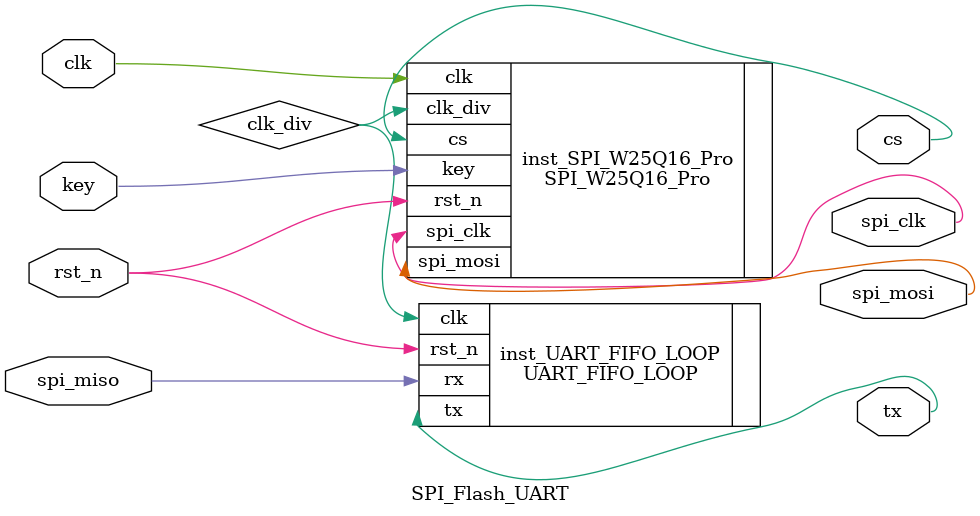
<source format=v>
module SPI_Flash_UART (
	input clk,
	input rst_n,
	input key,
	input spi_miso,
	output spi_mosi,
	output cs,
	output spi_clk,
	output tx
);

	wire clk_div;

	SPI_W25Q16_Pro inst_SPI_W25Q16_Pro (
		.clk(clk),
		.rst_n(rst_n), 
		.key(key),
		.spi_clk(spi_clk),
		.cs(cs),
		.clk_div(clk_div),
		.spi_mosi(spi_mosi)
	);

	UART_FIFO_LOOP inst_UART_FIFO_LOOP (
		.clk(clk_div),
		.rst_n(rst_n), 
		.rx(spi_miso),
		.tx(tx)
	);


endmodule
</source>
